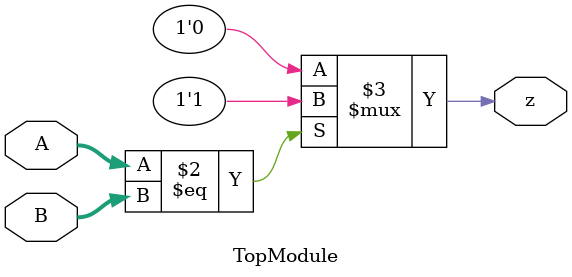
<source format=sv>
module TopModule (
    input logic [1:0] A,
    input logic [1:0] B,
    output logic z
);

    always @(*) begin
        z = (A == B) ? 1'b1 : 1'b0;
    end

endmodule
</source>
